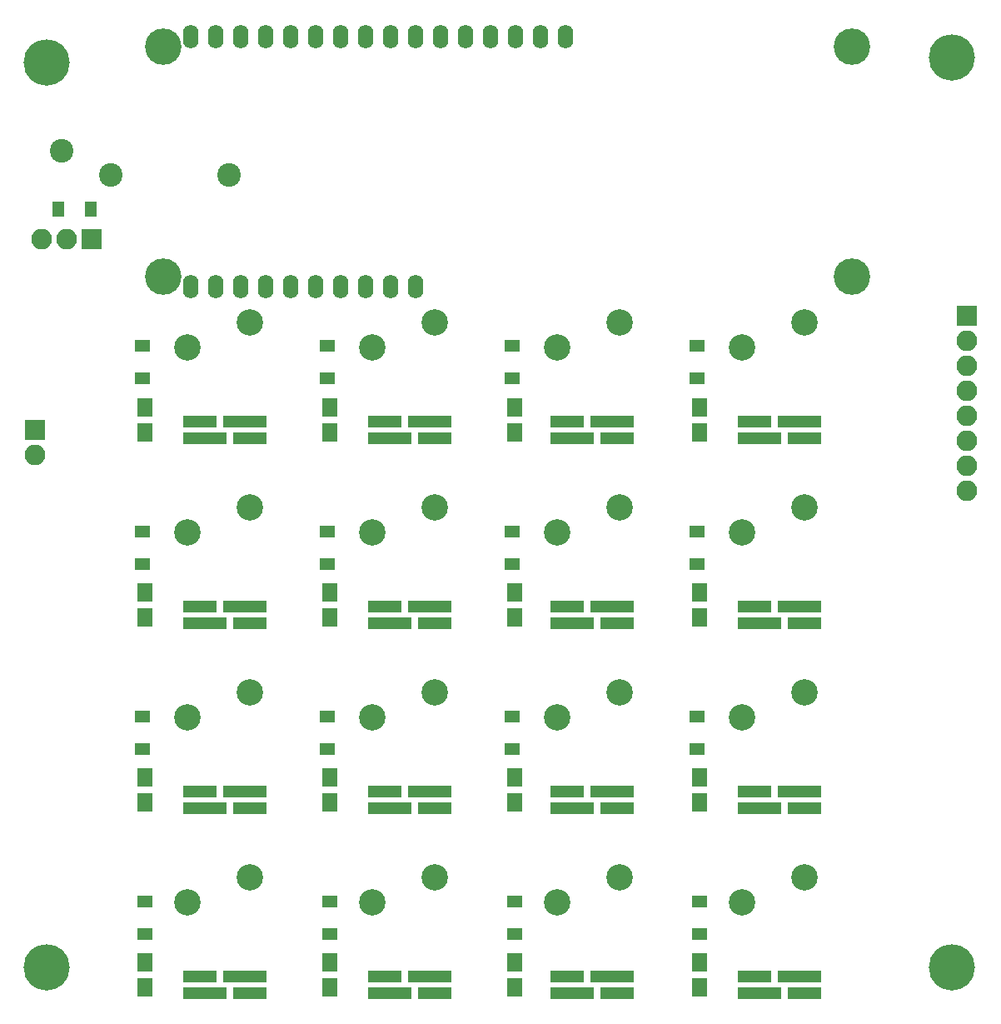
<source format=gts>
G04 #@! TF.GenerationSoftware,KiCad,Pcbnew,(2017-12-24 revision 570866557)-makepkg*
G04 #@! TF.CreationDate,2018-02-26T21:37:48-07:00*
G04 #@! TF.ProjectId,KeyGridTest1,4B65794772696454657374312E6B6963,rev?*
G04 #@! TF.SameCoordinates,Original*
G04 #@! TF.FileFunction,Soldermask,Top*
G04 #@! TF.FilePolarity,Negative*
%FSLAX46Y46*%
G04 Gerber Fmt 4.6, Leading zero omitted, Abs format (unit mm)*
G04 Created by KiCad (PCBNEW (2017-12-24 revision 570866557)-makepkg) date 02/26/18 21:37:48*
%MOMM*%
%LPD*%
G01*
G04 APERTURE LIST*
%ADD10O,1.600000X2.400000*%
%ADD11C,3.702000*%
%ADD12C,2.686000*%
%ADD13R,1.600000X1.300000*%
%ADD14C,4.700000*%
%ADD15R,3.400000X1.250000*%
%ADD16R,4.400000X1.250000*%
%ADD17R,1.650000X1.900000*%
%ADD18R,2.100000X2.100000*%
%ADD19O,2.100000X2.100000*%
%ADD20C,2.398980*%
%ADD21C,2.400000*%
%ADD22R,1.300000X1.600000*%
G04 APERTURE END LIST*
D10*
X114655600Y-45364400D03*
X114655600Y-70764400D03*
X117195600Y-45364400D03*
X117195600Y-70764400D03*
X119735600Y-45364400D03*
X119735600Y-70764400D03*
X122275600Y-45364400D03*
X122275600Y-70764400D03*
X124815600Y-45364400D03*
X124815600Y-70764400D03*
X127355600Y-45364400D03*
X127355600Y-70764400D03*
X129895600Y-45364400D03*
X129895600Y-70764400D03*
X132435600Y-45364400D03*
X132435600Y-70764400D03*
X134975600Y-45364400D03*
X134975600Y-70764400D03*
X137515600Y-45364400D03*
X137515600Y-70764400D03*
X140055600Y-45364400D03*
X142595600Y-45364400D03*
X145135600Y-45364400D03*
X147675600Y-45364400D03*
X150215600Y-45364400D03*
X152755600Y-45364400D03*
D11*
X181861600Y-46380400D03*
X181861600Y-69748400D03*
X111861600Y-69748400D03*
X111861600Y-46380400D03*
D12*
X120624600Y-74447400D03*
X114274600Y-76987400D03*
X139420600Y-112039400D03*
X133070600Y-114579400D03*
D13*
X147548600Y-136549400D03*
X147548600Y-133249400D03*
X166344600Y-136549400D03*
X166344600Y-133249400D03*
X109956600Y-136549400D03*
X109956600Y-133249400D03*
X128752600Y-136549400D03*
X128752600Y-133249400D03*
X166090600Y-117753400D03*
X166090600Y-114453400D03*
X147294600Y-117753400D03*
X147294600Y-114453400D03*
X147294600Y-98957400D03*
X147294600Y-95657400D03*
X166090600Y-98957400D03*
X166090600Y-95657400D03*
X128498600Y-117753400D03*
X128498600Y-114453400D03*
X128498600Y-98957400D03*
X128498600Y-95657400D03*
X109702600Y-98957400D03*
X109702600Y-95657400D03*
X109702600Y-117753400D03*
X109702600Y-114453400D03*
X109702600Y-80098199D03*
X109702600Y-76798199D03*
X128498600Y-80098199D03*
X128498600Y-76798199D03*
X147294600Y-80098199D03*
X147294600Y-76798199D03*
X166090600Y-80098199D03*
X166090600Y-76798199D03*
D12*
X158216600Y-130835400D03*
X151866600Y-133375400D03*
X177012600Y-130835400D03*
X170662600Y-133375400D03*
X120624600Y-130835400D03*
X114274600Y-133375400D03*
X139420600Y-130835400D03*
X133070600Y-133375400D03*
X158216600Y-112039400D03*
X151866600Y-114579400D03*
X177012600Y-112039400D03*
X170662600Y-114579400D03*
X177012600Y-93243400D03*
X170662600Y-95783400D03*
X139420600Y-93243400D03*
X133070600Y-95783400D03*
X120624600Y-93243400D03*
X114274600Y-95783400D03*
X120624600Y-112039400D03*
X114274600Y-114579400D03*
X139420600Y-74447400D03*
X133070600Y-76987400D03*
X158216600Y-74447400D03*
X151866600Y-76987400D03*
X177012600Y-74447400D03*
X170662600Y-76987400D03*
D14*
X192000000Y-47500000D03*
D15*
X152922600Y-140882400D03*
D16*
X153422600Y-142632400D03*
D15*
X157922600Y-142632400D03*
D16*
X157422600Y-140882400D03*
D17*
X147548600Y-139491400D03*
X147548600Y-141991400D03*
X166344600Y-139491400D03*
X166344600Y-141991400D03*
D15*
X171972600Y-140882400D03*
D16*
X172472600Y-142632400D03*
D15*
X176972600Y-142632400D03*
D16*
X176472600Y-140882400D03*
D17*
X128752600Y-139491400D03*
X128752600Y-141991400D03*
X109956600Y-139491400D03*
X109956600Y-141991400D03*
D15*
X115584600Y-140882400D03*
D16*
X116084600Y-142632400D03*
D15*
X120584600Y-142632400D03*
D16*
X120084600Y-140882400D03*
D15*
X134380600Y-140882400D03*
D16*
X134880600Y-142632400D03*
D15*
X139380600Y-142632400D03*
D16*
X138880600Y-140882400D03*
D15*
X152922600Y-103290400D03*
D16*
X153422600Y-105040400D03*
D15*
X157922600Y-105040400D03*
D16*
X157422600Y-103290400D03*
D15*
X152922600Y-122086400D03*
D16*
X153422600Y-123836400D03*
D15*
X157922600Y-123836400D03*
D16*
X157422600Y-122086400D03*
D15*
X171972600Y-103290400D03*
D16*
X172472600Y-105040400D03*
D15*
X176972600Y-105040400D03*
D16*
X176472600Y-103290400D03*
D15*
X171972600Y-122086400D03*
D16*
X172472600Y-123836400D03*
D15*
X176972600Y-123836400D03*
D16*
X176472600Y-122086400D03*
D15*
X115584600Y-122086400D03*
D16*
X116084600Y-123836400D03*
D15*
X120584600Y-123836400D03*
D16*
X120084600Y-122086400D03*
D17*
X128752600Y-120695400D03*
X128752600Y-123195400D03*
D15*
X134380600Y-122086400D03*
D16*
X134880600Y-123836400D03*
D15*
X139380600Y-123836400D03*
D16*
X138880600Y-122086400D03*
D15*
X115584600Y-103290400D03*
D16*
X116084600Y-105040400D03*
D15*
X120584600Y-105040400D03*
D16*
X120084600Y-103290400D03*
D17*
X128752600Y-101899400D03*
X128752600Y-104399400D03*
D15*
X134380600Y-103290400D03*
D16*
X134880600Y-105040400D03*
D15*
X139380600Y-105040400D03*
D16*
X138880600Y-103290400D03*
D17*
X147548600Y-101899400D03*
X147548600Y-104399400D03*
X166344600Y-101899400D03*
X166344600Y-104399400D03*
X166344600Y-120695400D03*
X166344600Y-123195400D03*
X147548600Y-120695400D03*
X147548600Y-123195400D03*
X109956600Y-101899400D03*
X109956600Y-104399400D03*
X109956600Y-120695400D03*
X109956600Y-123195400D03*
X109956600Y-83103400D03*
X109956600Y-85603400D03*
X128752600Y-83103400D03*
X128752600Y-85603400D03*
X147548600Y-83103400D03*
X147548600Y-85603400D03*
X166344600Y-83103400D03*
X166344600Y-85603400D03*
D18*
X104500000Y-66000000D03*
D19*
X101960000Y-66000000D03*
X99420000Y-66000000D03*
D15*
X115584600Y-84494400D03*
D16*
X116084600Y-86244400D03*
D15*
X120584600Y-86244400D03*
D16*
X120084600Y-84494400D03*
D15*
X134380600Y-84494400D03*
D16*
X134880600Y-86244400D03*
D15*
X139380600Y-86244400D03*
D16*
X138880600Y-84494400D03*
D15*
X152922600Y-84494400D03*
D16*
X153422600Y-86244400D03*
D15*
X157922600Y-86244400D03*
D16*
X157422600Y-84494400D03*
D15*
X171972600Y-84494400D03*
D16*
X172472600Y-86244400D03*
D15*
X176972600Y-86244400D03*
D16*
X176472600Y-84494400D03*
D20*
X118500000Y-59500000D03*
D14*
X192000000Y-140000000D03*
X100000000Y-140000000D03*
X100000000Y-48000000D03*
D18*
X193500000Y-73800000D03*
D19*
X193500000Y-76340000D03*
X193500000Y-78880000D03*
X193500000Y-81420000D03*
X193500000Y-83960000D03*
X193500000Y-86500000D03*
X193500000Y-89040000D03*
X193500000Y-91580000D03*
D18*
X98800000Y-85400000D03*
D19*
X98800000Y-87940000D03*
D21*
X106500000Y-59500000D03*
X101500000Y-57000000D03*
D12*
X151866600Y-95783400D03*
X158216600Y-93243400D03*
D22*
X104475000Y-62950000D03*
X101175000Y-62950000D03*
M02*

</source>
